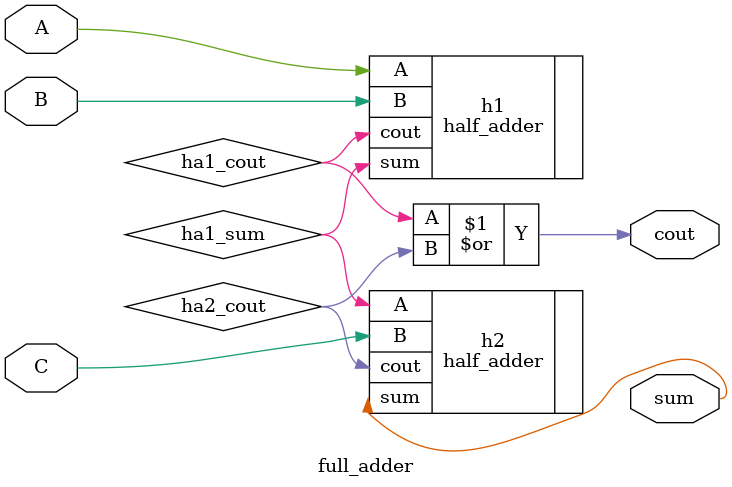
<source format=v>
module full_adder(
    input A ,B, C ,
    output sum, cout 
);
    wire ha1_cout;
    wire ha1_sum;

    wire ha2_cout;  
    half_adder h1 (.A(A) , .B(B) , .sum(ha1_sum), .cout(ha1_cout));
    half_adder h2 (.A(ha1_sum) ,.B(C) , .sum(sum) , .cout(ha2_cout));

    assign cout = ha1_cout | ha2_cout ; 

endmodule // 
</source>
